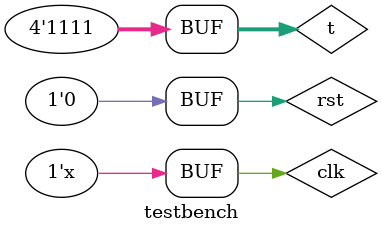
<source format=v>

module testbench ;

 reg  [3:0] t;
 reg clk,rst;
 wire  count0,count1,count2,count3 ;
 
 always #30 clk = ~clk ;
 
 async_4bitcounter DUT(t,clk,rst,count0,count1,count2,count3);
 
 initial begin
  t = 4'b1111 ;
  clk = 0 ;
  rst = 1;
  #10 rst = 0;
  
  end
  
endmodule

</source>
